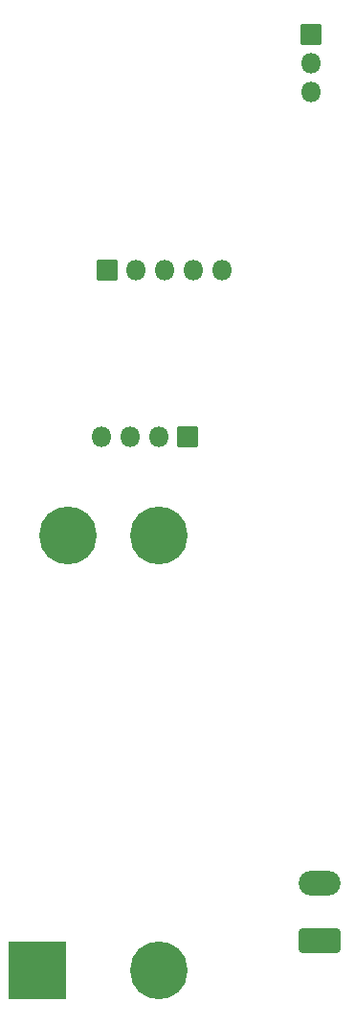
<source format=gbr>
G04 #@! TF.GenerationSoftware,KiCad,Pcbnew,(6.0.2)*
G04 #@! TF.CreationDate,2022-03-16T21:20:06+00:00*
G04 #@! TF.ProjectId,MrReflow,4d725265-666c-46f7-972e-6b696361645f,rev?*
G04 #@! TF.SameCoordinates,Original*
G04 #@! TF.FileFunction,Soldermask,Bot*
G04 #@! TF.FilePolarity,Negative*
%FSLAX46Y46*%
G04 Gerber Fmt 4.6, Leading zero omitted, Abs format (unit mm)*
G04 Created by KiCad (PCBNEW (6.0.2)) date 2022-03-16 21:20:06*
%MOMM*%
%LPD*%
G01*
G04 APERTURE LIST*
G04 Aperture macros list*
%AMRoundRect*
0 Rectangle with rounded corners*
0 $1 Rounding radius*
0 $2 $3 $4 $5 $6 $7 $8 $9 X,Y pos of 4 corners*
0 Add a 4 corners polygon primitive as box body*
4,1,4,$2,$3,$4,$5,$6,$7,$8,$9,$2,$3,0*
0 Add four circle primitives for the rounded corners*
1,1,$1+$1,$2,$3*
1,1,$1+$1,$4,$5*
1,1,$1+$1,$6,$7*
1,1,$1+$1,$8,$9*
0 Add four rect primitives between the rounded corners*
20,1,$1+$1,$2,$3,$4,$5,0*
20,1,$1+$1,$4,$5,$6,$7,0*
20,1,$1+$1,$6,$7,$8,$9,0*
20,1,$1+$1,$8,$9,$2,$3,0*%
G04 Aperture macros list end*
%ADD10O,3.702000X2.182000*%
%ADD11RoundRect,0.300999X1.550001X-0.790001X1.550001X0.790001X-1.550001X0.790001X-1.550001X-0.790001X0*%
%ADD12O,1.802000X1.802000*%
%ADD13RoundRect,0.051000X0.850000X-0.850000X0.850000X0.850000X-0.850000X0.850000X-0.850000X-0.850000X0*%
%ADD14C,5.102000*%
%ADD15RoundRect,0.051000X2.500000X-2.500000X2.500000X2.500000X-2.500000X2.500000X-2.500000X-2.500000X0*%
%ADD16RoundRect,0.051000X-0.850000X-0.850000X0.850000X-0.850000X0.850000X0.850000X-0.850000X0.850000X0*%
G04 APERTURE END LIST*
D10*
X105102500Y-99830000D03*
D11*
X105102500Y-104910000D03*
D12*
X85810000Y-60370000D03*
X88350000Y-60370000D03*
X90890000Y-60370000D03*
D13*
X93430000Y-60370000D03*
D14*
X82880000Y-69027500D03*
X90880000Y-69027500D03*
X90880000Y-107527500D03*
D15*
X80130000Y-107527500D03*
D12*
X104380000Y-29875000D03*
X104380000Y-27335000D03*
D16*
X104380000Y-24795000D03*
D12*
X96465000Y-45620000D03*
X93925000Y-45620000D03*
X91385000Y-45620000D03*
X88845000Y-45620000D03*
D13*
X86305000Y-45620000D03*
G36*
X106644402Y-105999999D02*
G01*
X106644402Y-106001999D01*
X106642999Y-106002972D01*
X106642993Y-106002973D01*
X106642664Y-106003000D01*
X103562336Y-106003000D01*
X103560604Y-106002000D01*
X103560604Y-106000000D01*
X103562336Y-105999000D01*
X106642670Y-105998999D01*
X106644402Y-105999999D01*
G37*
G36*
X106644396Y-103818000D02*
G01*
X106644396Y-103820000D01*
X106642664Y-103821000D01*
X103562330Y-103821001D01*
X103560598Y-103820001D01*
X103560598Y-103818001D01*
X103562001Y-103817028D01*
X103562007Y-103817027D01*
X103562336Y-103817000D01*
X106642664Y-103817000D01*
X106644396Y-103818000D01*
G37*
M02*

</source>
